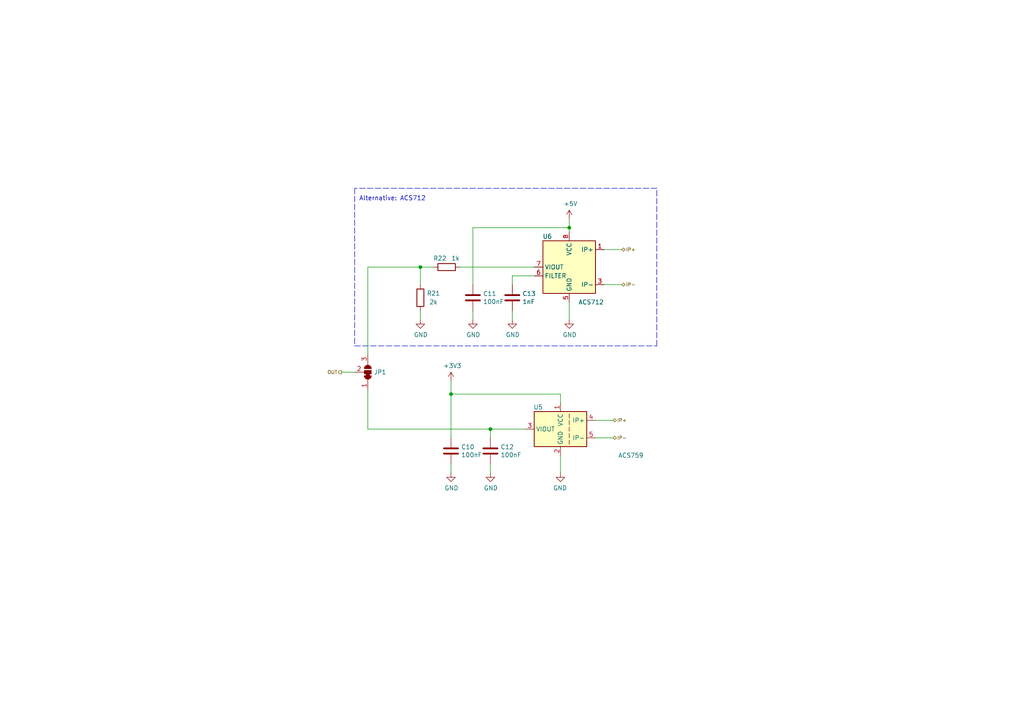
<source format=kicad_sch>
(kicad_sch (version 20211123) (generator eeschema)
  (paper "A4")
  (title_block (title "Current Sensor") (date "2023-04-28") (rev "0.1") (comment 1 "https://github.com/enriquewph/esp-plc"))
  (lib_symbols
    (symbol "Device:C" (pin_numbers hide) (pin_names (offset 0.254))
      (property "Reference" "C" (at 0.635 2.54 0))
      (property "Value" "C" (at 0.635 -2.54 0))
      (symbol "C_0_1"
        (polyline (pts (xy -2.032 -0.762) (xy 2.032 -0.762)) (stroke (width 0.508)))
        (polyline (pts (xy -2.032 0.762) (xy 2.032 0.762)) (stroke (width 0.508)))
      )
      (symbol "C_1_1"
        (pin passive line (at 0 3.81 270) (length 2.794) (name "~") (number "1"))
        (pin passive line (at 0 -3.81 90) (length 2.794) (name "~") (number "2"))
      )
    )
    (symbol "Device:R" (pin_numbers hide) (pin_names (offset 0))
      (property "Reference" "R" (at 2.032 0 90))
      (property "Value" "R" (at 0 0 90))
      (symbol "R_0_1"
        (rectangle (start -1.016 -2.54) (end 1.016 2.54) (stroke (width 0.254)))
      )
      (symbol "R_1_1"
        (pin passive line (at 0 3.81 270) (length 1.27) (name "~") (number "1"))
        (pin passive line (at 0 -3.81 90) (length 1.27) (name "~") (number "2"))
      )
    )
    (symbol "Sensor_Current:ACS712xLCTR-20A"
      (property "Reference" "U" (at 2.54 11.43 0))
      (property "Value" "ACS712xLCTR-20A" (at 2.54 8.89 0))
      (symbol "ACS712xLCTR-20A_0_1"
        (rectangle (start -7.62 7.62) (end 7.62 -7.62) (stroke (width 0.254)) (fill (type background)))
      )
      (symbol "ACS712xLCTR-20A_1_1"
        (pin passive line (at -10.16 5.08 0) (length 2.54) (name "IP+") (number "1"))
        (pin passive line (at -10.16 5.08 0) (length 2.54) hide (name "IP+") (number "2"))
        (pin passive line (at -10.16 -5.08 0) (length 2.54) (name "IP-") (number "3"))
        (pin passive line (at -10.16 -5.08 0) (length 2.54) hide (name "IP-") (number "4"))
        (pin power_in line (at 0 -10.16 90) (length 2.54) (name "GND") (number "5"))
        (pin passive line (at 10.16 -2.54 180) (length 2.54) (name "FILTER") (number "6"))
        (pin output line (at 10.16 0 180) (length 2.54) (name "VIOUT") (number "7"))
        (pin power_in line (at 0 10.16 270) (length 2.54) (name "VCC") (number "8"))
      )
    )
    (symbol "Sensor_Current:ACS759xCB-050B-PFF"
      (property "Reference" "U" (at -7.62 6.35 0))
      (property "Value" "ACS759xCB-050B-PFF" (at 2.54 6.35 0))
      (symbol "ACS759xCB-050B-PFF_0_1"
        (rectangle (start -7.62 5.08) (end 7.62 -5.08) (stroke (width 0.254)) (fill (type background)))
        (polyline (pts (xy -2.54 -3.175) (xy -2.54 -4.445)))
        (polyline (pts (xy -2.54 -1.27) (xy -2.54 -2.54)))
        (polyline (pts (xy -2.54 0.635) (xy -2.54 -0.635)))
        (polyline (pts (xy -2.54 1.27) (xy -2.54 2.54)))
        (polyline (pts (xy -2.54 3.175) (xy -2.54 4.445)))
      )
      (symbol "ACS759xCB-050B-PFF_1_1"
        (pin power_in line (at 0 7.62 270) (length 2.54) (name "VCC") (number "1"))
        (pin power_in line (at 0 -7.62 90) (length 2.54) (name "GND") (number "2"))
        (pin output line (at 10.16 0 180) (length 2.54) (name "VIOUT") (number "3"))
        (pin passive line (at -10.16 2.54 0) (length 2.54) (name "IP+") (number "4"))
        (pin passive line (at -10.16 -2.54 0) (length 2.54) (name "IP-") (number "5"))
      )
    )
    (symbol "kicad-rescue:SolderJumper_3_Bridged12-Jumper" (pin_names (offset 0) hide)
      (property "Reference" "JP" (at -2.54 -2.54 0))
      (property "Value" "SolderJumper_3_Bridged12-Jumper" (at 0 2.794 0))
      (symbol "SolderJumper_3_Bridged12-Jumper_0_1"
        (rectangle (start -1.016 0.508) (end -0.508 -0.508) (fill (type outline)))
        (arc (start -1.016 1.016) (mid -2.032 0) (end -1.016 -1.016))
        (arc (start -1.016 1.016) (mid -2.032 0) (end -1.016 -1.016) (fill (type outline)))
        (rectangle (start -0.508 1.016) (end 0.508 -1.016) (fill (type outline)))
        (polyline (pts (xy -2.54 0) (xy -2.032 0)))
        (polyline (pts (xy -1.016 1.016) (xy -1.016 -1.016)))
        (polyline (pts (xy 0 -1.27) (xy 0 -1.016)))
        (polyline (pts (xy 1.016 1.016) (xy 1.016 -1.016)))
        (polyline (pts (xy 2.54 0) (xy 2.032 0)))
        (arc (start 1.016 -1.016) (mid 2.032 0) (end 1.016 1.016))
        (arc (start 1.016 -1.016) (mid 2.032 0) (end 1.016 1.016) (fill (type outline)))
      )
      (symbol "SolderJumper_3_Bridged12-Jumper_1_1"
        (pin passive line (at -5.08 0 0) (length 2.54) (name "A") (number "1"))
        (pin input line (at 0 -3.81 90) (length 2.54) (name "C") (number "2"))
        (pin passive line (at 5.08 0 180) (length 2.54) (name "B") (number "3"))
      )
    )
    (symbol "power:+3V3" (power) (pin_names (offset 0))
      (property "Value" "+3V3" (at 0 3.556 0))
      (symbol "+3V3_0_1"
        (polyline (pts (xy -0.762 1.27) (xy 0 2.54)))
        (polyline (pts (xy 0 0) (xy 0 2.54)))
        (polyline (pts (xy 0 2.54) (xy 0.762 1.27)))
      )
      (symbol "+3V3_1_1"
        (pin power_in line (at 0 0 90) (length 0) hide (name "+3V3") (number "1"))
      )
    )
    (symbol "power:+5V" (power) (pin_names (offset 0))
      (property "Value" "+5V" (at 0 3.556 0))
      (symbol "+5V_0_1"
        (polyline (pts (xy -0.762 1.27) (xy 0 2.54)))
        (polyline (pts (xy 0 0) (xy 0 2.54)))
        (polyline (pts (xy 0 2.54) (xy 0.762 1.27)))
      )
      (symbol "+5V_1_1"
        (pin power_in line (at 0 0 90) (length 0) hide (name "+5V") (number "1"))
      )
    )
    (symbol "power:GND" (power) (pin_names (offset 0))
      (property "Value" "GND" (at 0 -3.81 0))
      (symbol "GND_0_1"
        (polyline (pts (xy 0 0) (xy 0 -1.27) (xy 1.27 -1.27) (xy 0 -2.54) (xy -1.27 -1.27) (xy 0 -1.27)))
      )
      (symbol "GND_1_1"
        (pin power_in line (at 0 0 270) (length 0) hide (name "GND") (number "1"))
      )
    )
  )
  (junction (at 165.1 66.04))
  (junction (at 142.24 124.46))
  (junction (at 121.92 77.47))
  (junction (at 130.81 114.3))
  (wire (pts (xy 162.56 114.3) (xy 130.81 114.3)))
  (wire (pts (xy 165.1 87.63) (xy 165.1 92.71)))
  (wire (pts (xy 180.34 82.55) (xy 175.26 82.55)))
  (wire (pts (xy 137.16 66.04) (xy 165.1 66.04)))
  (wire (pts (xy 180.34 72.39) (xy 175.26 72.39)))
  (wire (pts (xy 121.92 77.47) (xy 125.73 77.47)))
  (wire (pts (xy 130.81 137.16) (xy 130.81 134.62)))
  (wire (pts (xy 148.59 80.01) (xy 154.94 80.01)))
  (wire (pts (xy 99.06 107.95) (xy 102.87 107.95)))
  (wire (pts (xy 121.92 92.71) (xy 121.92 90.17)))
  (wire (pts (xy 137.16 92.71) (xy 137.16 90.17)))
  (polyline (pts (xy 102.87 54.61) (xy 102.87 100.33)))
  (wire (pts (xy 165.1 67.31) (xy 165.1 66.04)))
  (wire (pts (xy 177.8 127) (xy 172.72 127)))
  (wire (pts (xy 130.81 127) (xy 130.81 114.3)))
  (polyline (pts (xy 190.5 54.61) (xy 102.87 54.61)))
  (wire (pts (xy 106.68 77.47) (xy 121.92 77.47)))
  (wire (pts (xy 142.24 137.16) (xy 142.24 134.62)))
  (wire (pts (xy 106.68 124.46) (xy 142.24 124.46)))
  (wire (pts (xy 133.35 77.47) (xy 154.94 77.47)))
  (wire (pts (xy 137.16 82.55) (xy 137.16 66.04)))
  (wire (pts (xy 130.81 110.49) (xy 130.81 114.3)))
  (wire (pts (xy 142.24 124.46) (xy 152.4 124.46)))
  (wire (pts (xy 148.59 92.71) (xy 148.59 90.17)))
  (wire (pts (xy 121.92 82.55) (xy 121.92 77.47)))
  (wire (pts (xy 177.8 121.92) (xy 172.72 121.92)))
  (wire (pts (xy 148.59 82.55) (xy 148.59 80.01)))
  (wire (pts (xy 165.1 63.5) (xy 165.1 66.04)))
  (wire (pts (xy 162.56 116.84) (xy 162.56 114.3)))
  (polyline (pts (xy 190.5 100.33) (xy 190.5 54.61)))
  (wire (pts (xy 106.68 113.03) (xy 106.68 124.46)))
  (wire (pts (xy 106.68 102.87) (xy 106.68 77.47)))
  (wire (pts (xy 142.24 127) (xy 142.24 124.46)))
  (wire (pts (xy 162.56 137.16) (xy 162.56 132.08)))
  (polyline (pts (xy 102.87 100.33) (xy 190.5 100.33)))
  (text "Alternative: ACS712" (at 104.14 58.42 0) (effects (font (size 1.2954 1.2954)) (justify left bottom)))
  (hierarchical_label "IP+" (shape bidirectional) (at 177.8 121.92 0) (effects (font (size 0.9906 0.9906))))
  (hierarchical_label "IP+" (shape bidirectional) (at 180.34 72.39 0) (effects (font (size 0.9906 0.9906))))
  (hierarchical_label "IP-" (shape bidirectional) (at 177.8 127 0) (effects (font (size 0.9906 0.9906))))
  (hierarchical_label "OUT" (shape output) (at 99.06 107.95 180) (effects (font (size 0.9906 0.9906))))
  (hierarchical_label "IP-" (shape bidirectional) (at 180.34 82.55 0) (effects (font (size 0.9906 0.9906))))
  (symbol (lib_id "Sensor_Current:ACS759xCB-050B-PFF") (at 162.56 124.46 0) (mirror y) (unit 1)
    (property "Reference" "U5" (at 157.48 118.11 0) (effects (justify left)))
    (property "Value" "ACS759" (at 186.69 132.08 0) (effects (justify left)))
    (property "Footprint" "libs:Allegro_CB_PFF" (effects hide))
    (property "Datasheet" "https://www.allegromicro.com/~/media/Files/Datasheets/ACS759-Datasheet.ashx" (effects hide))
    (property "manf#" "ACS759LCB-050B-PFF-T" (effects hide))
  )
  (symbol (lib_id "Device:C") (at 130.81 130.81 0) (unit 1)
    (property "Reference" "C10" (at 133.731 129.6416 0) (effects (justify left)))
    (property "Value" "100nF" (at 133.731 131.953 0) (effects (justify left)))
    (property "Footprint" "Capacitor_SMD:C_1206_3216Metric_Pad1.33x1.80mm_HandSolder" (effects hide))
    (property "Datasheet" "https://www.yageo.com/upload/media/product/productsearch/datasheet/mlcc/UPY-GPHC_X7R_6.3V-to-50V_18.pdf" (effects hide))
    (property "Voltage" "50V" (effects hide))
    (property "manf#" "CC1206KRX7R9BB104" (effects hide))
  )
  (symbol (lib_id "Device:C") (at 142.24 130.81 0) (unit 1)
    (property "Reference" "C12" (at 145.161 129.6416 0) (effects (justify left)))
    (property "Value" "100nF" (at 145.161 131.953 0) (effects (justify left)))
    (property "Footprint" "Capacitor_SMD:C_1206_3216Metric_Pad1.33x1.80mm_HandSolder" (effects hide))
    (property "Datasheet" "https://www.yageo.com/upload/media/product/productsearch/datasheet/mlcc/UPY-GPHC_X7R_6.3V-to-50V_18.pdf" (effects hide))
    (property "Voltage" "50V" (effects hide))
    (property "manf#" "CC1206KRX7R9BB104" (effects hide))
  )
  (symbol (lib_id "power:GND") (at 130.81 137.16 0) (unit 1)
    (property "Reference" "#PWR054" (effects hide))
    (property "Value" "GND" (at 130.937 141.5542 0))
  )
  (symbol (lib_id "power:GND") (at 142.24 137.16 0) (unit 1)
    (property "Reference" "#PWR056" (effects hide))
    (property "Value" "GND" (at 142.367 141.5542 0))
  )
  (symbol (lib_id "power:GND") (at 162.56 137.16 0) (mirror y) (unit 1)
    (property "Reference" "#PWR058" (effects hide))
    (property "Value" "GND" (at 162.433 141.5542 0))
  )
  (symbol (lib_id "power:+3V3") (at 130.81 110.49 0) (unit 1)
    (property "Reference" "#PWR053" (effects hide))
    (property "Value" "+3V3" (at 131.191 106.0958 0))
  )
  (symbol (lib_id "Sensor_Current:ACS712xLCTR-20A") (at 165.1 77.47 0) (mirror y) (unit 1)
    (property "Reference" "U6" (at 158.75 68.58 0))
    (property "Value" "ACS712" (at 171.45 87.63 0))
    (property "Footprint" "Package_SO:SOIC-8_3.9x4.9mm_P1.27mm" (effects hide))
    (property "Datasheet" "https://www.sparkfun.com/datasheets/BreakoutBoards/0712.pdf" (effects hide))
    (property "Fitted" "No" (effects hide))
    (property "manf#" "ACS71240LLCBTR-030B3" (effects hide))
  )
  (symbol (lib_id "power:+5V") (at 165.1 63.5 0) (unit 1)
    (property "Reference" "#PWR059" (effects hide))
    (property "Value" "+5V" (at 165.481 59.1058 0))
  )
  (symbol (lib_id "Device:C") (at 148.59 86.36 0) (unit 1)
    (property "Reference" "C13" (at 151.511 85.1916 0) (effects (justify left)))
    (property "Value" "1nF" (at 151.511 87.503 0) (effects (justify left)))
    (property "Footprint" "Capacitor_SMD:C_1206_3216Metric_Pad1.33x1.80mm_HandSolder" (effects hide))
    (property "Datasheet" "https://www.yageo.com/upload/media/product/products/datasheet/mlcc/UPY-NP0X7R_HV_1KV-to-3KV_11.pdf" (effects hide))
    (property "Fitted" "No" (effects hide))
    (property "manf#" "CC1206KKX7RCBB102" (effects hide))
  )
  (symbol (lib_id "power:GND") (at 165.1 92.71 0) (unit 1)
    (property "Reference" "#PWR060" (effects hide))
    (property "Value" "GND" (at 165.227 97.1042 0))
  )
  (symbol (lib_id "power:GND") (at 148.59 92.71 0) (unit 1)
    (property "Reference" "#PWR057" (effects hide))
    (property "Value" "GND" (at 148.717 97.1042 0))
  )
  (symbol (lib_id "Device:C") (at 137.16 86.36 0) (unit 1)
    (property "Reference" "C11" (at 140.081 85.1916 0) (effects (justify left)))
    (property "Value" "100nF" (at 140.081 87.503 0) (effects (justify left)))
    (property "Footprint" "Capacitor_SMD:C_1206_3216Metric_Pad1.33x1.80mm_HandSolder" (effects hide))
    (property "Datasheet" "https://www.yageo.com/upload/media/product/productsearch/datasheet/mlcc/UPY-GPHC_X7R_6.3V-to-50V_18.pdf" (effects hide))
    (property "Fitted" "No" (effects hide))
    (property "Voltage" "50V" (effects hide))
    (property "manf#" "CC1206KRX7R9BB104" (effects hide))
  )
  (symbol (lib_id "power:GND") (at 137.16 92.71 0) (unit 1)
    (property "Reference" "#PWR055" (effects hide))
    (property "Value" "GND" (at 137.287 97.1042 0))
  )
  (symbol (lib_id "Device:R") (at 121.92 86.36 180) (unit 1)
    (property "Reference" "R21" (at 125.73 85.09 0))
    (property "Value" "2k" (at 125.73 87.63 0))
    (property "Footprint" "Resistor_SMD:R_1206_3216Metric" (effects hide))
    (property "Datasheet" "https://www.yageo.com/upload/media/product/productsearch/datasheet/rchip/PYu-RC_Group_51_RoHS_L_11.pdf" (effects hide))
    (property "Fitted" "No" (effects hide))
    (property "manf#" "RC1206FR-072KL" (effects hide))
  )
  (symbol (lib_id "Device:R") (at 129.54 77.47 90) (unit 1)
    (property "Reference" "R22" (at 129.54 74.93 90) (effects (justify left)))
    (property "Value" "1k" (at 133.35 74.93 90) (effects (justify left)))
    (property "Footprint" "Resistor_SMD:R_1206_3216Metric" (effects hide))
    (property "Datasheet" "https://www.yageo.com/upload/media/product/productsearch/datasheet/rchip/PYu-RC_Group_51_RoHS_L_11.pdf" (effects hide))
    (property "manf#" "RC1206FR-071KL" (effects hide))
  )
  (symbol (lib_id "power:GND") (at 121.92 92.71 0) (unit 1)
    (property "Reference" "#PWR052" (effects hide))
    (property "Value" "GND" (at 122.047 97.1042 0))
  )
  (symbol (lib_id "kicad-rescue:SolderJumper_3_Bridged12-Jumper") (at 106.68 107.95 270) (mirror x) (unit 1)
    (property "Reference" "JP1" (at 108.4072 107.95 90) (effects (justify left)))
    (property "Value" "SolderJumper_3_Bridged12" (effects hide))
    (property "Footprint" "Jumper:SolderJumper-3_P1.3mm_Open_RoundedPad1.0x1.5mm_NumberLabels" (effects hide))
  )
)
</source>
